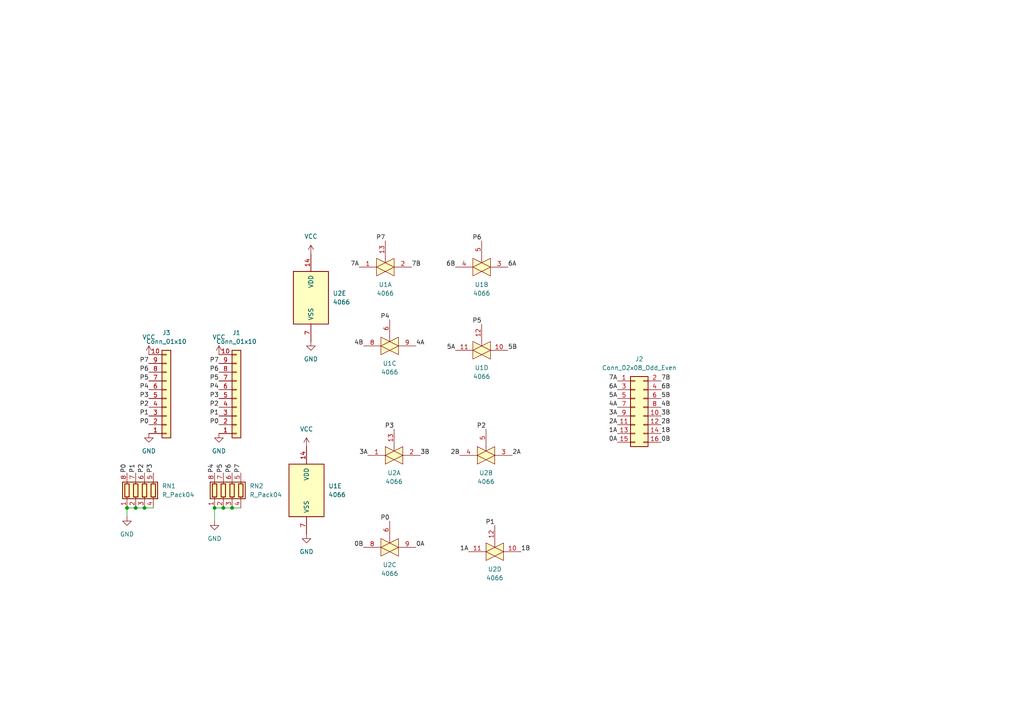
<source format=kicad_sch>
(kicad_sch (version 20211123) (generator eeschema)
  (paper "A4")
  (lib_symbols
    (symbol "4xxx:4066" (pin_names (offset 1.016))
      (property "Reference" "U" (at -7.62 8.89 0))
      (property "Value" "4066" (at -7.62 -8.89 0))
      (symbol "4066_1_0"
        (polyline (pts (xy 0 1.27) (xy 0 2.54)) (stroke (width 0.1524)))
        (polyline (pts (xy -2.54 0) (xy 2.54 2.54) (xy 2.54 -2.54) (xy -2.54 0)) (fill (type background)))
        (polyline (pts (xy -2.54 2.54) (xy 2.54 0) (xy -2.54 -2.54) (xy -2.54 2.54)) (fill (type background)))
        (pin passive line (at -7.62 0 0) (length 5.08) (name "~") (number "1"))
        (pin input line (at 0 7.62 270) (length 5.08) (name "~") (number "13"))
        (pin passive line (at 7.62 0 180) (length 5.08) (name "~") (number "2"))
      )
      (symbol "4066_2_0"
        (polyline (pts (xy 0 1.27) (xy 0 2.54)) (stroke (width 0.1524)))
        (polyline (pts (xy -2.54 0) (xy 2.54 2.54) (xy 2.54 -2.54) (xy -2.54 0)) (fill (type background)))
        (polyline (pts (xy -2.54 2.54) (xy 2.54 0) (xy -2.54 -2.54) (xy -2.54 2.54)) (fill (type background)))
        (pin passive line (at 7.62 0 180) (length 5.08) (name "~") (number "3"))
        (pin passive line (at -7.62 0 0) (length 5.08) (name "~") (number "4"))
        (pin input line (at 0 7.62 270) (length 5.08) (name "~") (number "5"))
      )
      (symbol "4066_3_0"
        (polyline (pts (xy 0 1.27) (xy 0 2.54)) (stroke (width 0.1524)))
        (polyline (pts (xy -2.54 0) (xy 2.54 2.54) (xy 2.54 -2.54) (xy -2.54 0)) (fill (type background)))
        (polyline (pts (xy -2.54 2.54) (xy 2.54 0) (xy -2.54 -2.54) (xy -2.54 2.54)) (fill (type background)))
        (pin input line (at 0 7.62 270) (length 5.08) (name "~") (number "6"))
        (pin passive line (at -7.62 0 0) (length 5.08) (name "~") (number "8"))
        (pin passive line (at 7.62 0 180) (length 5.08) (name "~") (number "9"))
      )
      (symbol "4066_4_0"
        (polyline (pts (xy 0 1.27) (xy 0 2.54)) (stroke (width 0.1524)))
        (polyline (pts (xy -2.54 0) (xy 2.54 2.54) (xy 2.54 -2.54) (xy -2.54 0)) (fill (type background)))
        (polyline (pts (xy -2.54 2.54) (xy 2.54 0) (xy -2.54 -2.54) (xy -2.54 2.54)) (fill (type background)))
        (pin passive line (at 7.62 0 180) (length 5.08) (name "~") (number "10"))
        (pin passive line (at -7.62 0 0) (length 5.08) (name "~") (number "11"))
        (pin input line (at 0 7.62 270) (length 5.08) (name "~") (number "12"))
      )
      (symbol "4066_5_0"
        (pin power_in line (at 0 12.7 270) (length 5.08) (name "VDD") (number "14"))
        (pin power_in line (at 0 -12.7 90) (length 5.08) (name "VSS") (number "7"))
      )
      (symbol "4066_5_1"
        (rectangle (start -5.08 7.62) (end 5.08 -7.62) (stroke (width 0.254)) (fill (type background)))
      )
    )
    (symbol "Connector_Generic:Conn_01x10" (pin_names (offset 1.016) hide)
      (property "Reference" "J" (at 0 12.7 0))
      (property "Value" "Conn_01x10" (at 0 -15.24 0))
      (symbol "Conn_01x10_1_1"
        (rectangle (start -1.27 -12.573) (end 0 -12.827) (stroke (width 0.1524)))
        (rectangle (start -1.27 -10.033) (end 0 -10.287) (stroke (width 0.1524)))
        (rectangle (start -1.27 -7.493) (end 0 -7.747) (stroke (width 0.1524)))
        (rectangle (start -1.27 -4.953) (end 0 -5.207) (stroke (width 0.1524)))
        (rectangle (start -1.27 -2.413) (end 0 -2.667) (stroke (width 0.1524)))
        (rectangle (start -1.27 0.127) (end 0 -0.127) (stroke (width 0.1524)))
        (rectangle (start -1.27 2.667) (end 0 2.413) (stroke (width 0.1524)))
        (rectangle (start -1.27 5.207) (end 0 4.953) (stroke (width 0.1524)))
        (rectangle (start -1.27 7.747) (end 0 7.493) (stroke (width 0.1524)))
        (rectangle (start -1.27 10.287) (end 0 10.033) (stroke (width 0.1524)))
        (rectangle (start -1.27 11.43) (end 1.27 -13.97) (stroke (width 0.254)) (fill (type background)))
        (pin passive line (at -5.08 10.16 0) (length 3.81) (name "Pin_1") (number "1"))
        (pin passive line (at -5.08 -12.7 0) (length 3.81) (name "Pin_10") (number "10"))
        (pin passive line (at -5.08 7.62 0) (length 3.81) (name "Pin_2") (number "2"))
        (pin passive line (at -5.08 5.08 0) (length 3.81) (name "Pin_3") (number "3"))
        (pin passive line (at -5.08 2.54 0) (length 3.81) (name "Pin_4") (number "4"))
        (pin passive line (at -5.08 0 0) (length 3.81) (name "Pin_5") (number "5"))
        (pin passive line (at -5.08 -2.54 0) (length 3.81) (name "Pin_6") (number "6"))
        (pin passive line (at -5.08 -5.08 0) (length 3.81) (name "Pin_7") (number "7"))
        (pin passive line (at -5.08 -7.62 0) (length 3.81) (name "Pin_8") (number "8"))
        (pin passive line (at -5.08 -10.16 0) (length 3.81) (name "Pin_9") (number "9"))
      )
    )
    (symbol "Connector_Generic:Conn_02x08_Odd_Even" (pin_names (offset 1.016) hide)
      (property "Reference" "J" (at 1.27 10.16 0))
      (property "Value" "Conn_02x08_Odd_Even" (at 1.27 -12.7 0))
      (symbol "Conn_02x08_Odd_Even_1_1"
        (rectangle (start -1.27 -10.033) (end 0 -10.287) (stroke (width 0.1524)))
        (rectangle (start -1.27 -7.493) (end 0 -7.747) (stroke (width 0.1524)))
        (rectangle (start -1.27 -4.953) (end 0 -5.207) (stroke (width 0.1524)))
        (rectangle (start -1.27 -2.413) (end 0 -2.667) (stroke (width 0.1524)))
        (rectangle (start -1.27 0.127) (end 0 -0.127) (stroke (width 0.1524)))
        (rectangle (start -1.27 2.667) (end 0 2.413) (stroke (width 0.1524)))
        (rectangle (start -1.27 5.207) (end 0 4.953) (stroke (width 0.1524)))
        (rectangle (start -1.27 7.747) (end 0 7.493) (stroke (width 0.1524)))
        (rectangle (start -1.27 8.89) (end 3.81 -11.43) (stroke (width 0.254)) (fill (type background)))
        (rectangle (start 3.81 -10.033) (end 2.54 -10.287) (stroke (width 0.1524)))
        (rectangle (start 3.81 -7.493) (end 2.54 -7.747) (stroke (width 0.1524)))
        (rectangle (start 3.81 -4.953) (end 2.54 -5.207) (stroke (width 0.1524)))
        (rectangle (start 3.81 -2.413) (end 2.54 -2.667) (stroke (width 0.1524)))
        (rectangle (start 3.81 0.127) (end 2.54 -0.127) (stroke (width 0.1524)))
        (rectangle (start 3.81 2.667) (end 2.54 2.413) (stroke (width 0.1524)))
        (rectangle (start 3.81 5.207) (end 2.54 4.953) (stroke (width 0.1524)))
        (rectangle (start 3.81 7.747) (end 2.54 7.493) (stroke (width 0.1524)))
        (pin passive line (at -5.08 7.62 0) (length 3.81) (name "Pin_1") (number "1"))
        (pin passive line (at 7.62 -2.54 180) (length 3.81) (name "Pin_10") (number "10"))
        (pin passive line (at -5.08 -5.08 0) (length 3.81) (name "Pin_11") (number "11"))
        (pin passive line (at 7.62 -5.08 180) (length 3.81) (name "Pin_12") (number "12"))
        (pin passive line (at -5.08 -7.62 0) (length 3.81) (name "Pin_13") (number "13"))
        (pin passive line (at 7.62 -7.62 180) (length 3.81) (name "Pin_14") (number "14"))
        (pin passive line (at -5.08 -10.16 0) (length 3.81) (name "Pin_15") (number "15"))
        (pin passive line (at 7.62 -10.16 180) (length 3.81) (name "Pin_16") (number "16"))
        (pin passive line (at 7.62 7.62 180) (length 3.81) (name "Pin_2") (number "2"))
        (pin passive line (at -5.08 5.08 0) (length 3.81) (name "Pin_3") (number "3"))
        (pin passive line (at 7.62 5.08 180) (length 3.81) (name "Pin_4") (number "4"))
        (pin passive line (at -5.08 2.54 0) (length 3.81) (name "Pin_5") (number "5"))
        (pin passive line (at 7.62 2.54 180) (length 3.81) (name "Pin_6") (number "6"))
        (pin passive line (at -5.08 0 0) (length 3.81) (name "Pin_7") (number "7"))
        (pin passive line (at 7.62 0 180) (length 3.81) (name "Pin_8") (number "8"))
        (pin passive line (at -5.08 -2.54 0) (length 3.81) (name "Pin_9") (number "9"))
      )
    )
    (symbol "Device:R_Pack04" (pin_names (offset 0) hide)
      (property "Reference" "RN" (at -7.62 0 90))
      (property "Value" "R_Pack04" (at 5.08 0 90))
      (symbol "R_Pack04_0_1"
        (rectangle (start -6.35 -2.413) (end 3.81 2.413) (stroke (width 0.254)) (fill (type background)))
        (rectangle (start -5.715 1.905) (end -4.445 -1.905) (stroke (width 0.254)))
        (rectangle (start -3.175 1.905) (end -1.905 -1.905) (stroke (width 0.254)))
        (rectangle (start -0.635 1.905) (end 0.635 -1.905) (stroke (width 0.254)))
        (polyline (pts (xy -5.08 -2.54) (xy -5.08 -1.905)))
        (polyline (pts (xy -5.08 1.905) (xy -5.08 2.54)))
        (polyline (pts (xy -2.54 -2.54) (xy -2.54 -1.905)))
        (polyline (pts (xy -2.54 1.905) (xy -2.54 2.54)))
        (polyline (pts (xy 0 -2.54) (xy 0 -1.905)))
        (polyline (pts (xy 0 1.905) (xy 0 2.54)))
        (polyline (pts (xy 2.54 -2.54) (xy 2.54 -1.905)))
        (polyline (pts (xy 2.54 1.905) (xy 2.54 2.54)))
        (rectangle (start 1.905 1.905) (end 3.175 -1.905) (stroke (width 0.254)))
      )
      (symbol "R_Pack04_1_1"
        (pin passive line (at -5.08 -5.08 90) (length 2.54) (name "R1.1") (number "1"))
        (pin passive line (at -2.54 -5.08 90) (length 2.54) (name "R2.1") (number "2"))
        (pin passive line (at 0 -5.08 90) (length 2.54) (name "R3.1") (number "3"))
        (pin passive line (at 2.54 -5.08 90) (length 2.54) (name "R4.1") (number "4"))
        (pin passive line (at 2.54 5.08 270) (length 2.54) (name "R4.2") (number "5"))
        (pin passive line (at 0 5.08 270) (length 2.54) (name "R3.2") (number "6"))
        (pin passive line (at -2.54 5.08 270) (length 2.54) (name "R2.2") (number "7"))
        (pin passive line (at -5.08 5.08 270) (length 2.54) (name "R1.2") (number "8"))
      )
    )
    (symbol "power:GND" (power) (pin_names (offset 0))
      (property "Value" "GND" (at 0 -3.81 0))
      (symbol "GND_0_1"
        (polyline (pts (xy 0 0) (xy 0 -1.27) (xy 1.27 -1.27) (xy 0 -2.54) (xy -1.27 -1.27) (xy 0 -1.27)))
      )
      (symbol "GND_1_1"
        (pin power_in line (at 0 0 270) (length 0) hide (name "GND") (number "1"))
      )
    )
    (symbol "power:VCC" (power) (pin_names (offset 0))
      (property "Value" "VCC" (at 0 3.81 0))
      (symbol "VCC_0_1"
        (polyline (pts (xy -0.762 1.27) (xy 0 2.54)))
        (polyline (pts (xy 0 0) (xy 0 2.54)))
        (polyline (pts (xy 0 2.54) (xy 0.762 1.27)))
      )
      (symbol "VCC_1_1"
        (pin power_in line (at 0 0 90) (length 0) hide (name "VCC") (number "1"))
      )
    )
  )
  (junction (at 67.31 147.32))
  (junction (at 36.83 147.32))
  (junction (at 41.91 147.32))
  (junction (at 62.23 147.32))
  (junction (at 39.37 147.32))
  (junction (at 64.77 147.32))
  (wire (pts (xy 41.91 147.32) (xy 44.45 147.32)))
  (wire (pts (xy 36.83 147.32) (xy 36.83 149.86)))
  (wire (pts (xy 62.23 147.32) (xy 62.23 151.13)))
  (wire (pts (xy 39.37 147.32) (xy 41.91 147.32)))
  (wire (pts (xy 62.23 147.32) (xy 64.77 147.32)))
  (wire (pts (xy 36.83 147.32) (xy 39.37 147.32)))
  (wire (pts (xy 64.77 147.32) (xy 67.31 147.32)))
  (wire (pts (xy 67.31 147.32) (xy 69.85 147.32)))
  (label "6B" (at 132.08 77.47 180))
  (label "P0" (at 36.83 137.16 90))
  (label "7A" (at 179.07 110.49 180))
  (label "P7" (at 111.76 69.85 180))
  (label "5A" (at 132.08 101.6 180))
  (label "P2" (at 140.97 124.46 180))
  (label "P0" (at 63.5 123.19 180))
  (label "4B" (at 105.41 100.33 180))
  (label "1B" (at 151.13 160.02 0))
  (label "P7" (at 43.18 105.41 180))
  (label "0B" (at 191.77 128.27 0))
  (label "0A" (at 179.07 128.27 180))
  (label "P4" (at 113.03 92.71 180))
  (label "P7" (at 69.85 137.16 90))
  (label "P1" (at 39.37 137.16 90))
  (label "P6" (at 43.18 107.95 180))
  (label "P7" (at 63.5 105.41 180))
  (label "7A" (at 104.14 77.47 180))
  (label "3A" (at 179.07 120.65 180))
  (label "5B" (at 147.32 101.6 0))
  (label "P4" (at 63.5 113.03 180))
  (label "0A" (at 120.65 158.75 0))
  (label "P3" (at 43.18 115.57 180))
  (label "1A" (at 179.07 125.73 180))
  (label "P2" (at 63.5 118.11 180))
  (label "2A" (at 148.59 132.08 0))
  (label "P4" (at 43.18 113.03 180))
  (label "4A" (at 179.07 118.11 180))
  (label "6B" (at 191.77 113.03 0))
  (label "1A" (at 135.89 160.02 180))
  (label "P5" (at 63.5 110.49 180))
  (label "3B" (at 191.77 120.65 0))
  (label "P2" (at 43.18 118.11 180))
  (label "P1" (at 43.18 120.65 180))
  (label "4A" (at 120.65 100.33 0))
  (label "P4" (at 62.23 137.16 90))
  (label "5A" (at 179.07 115.57 180))
  (label "P5" (at 43.18 110.49 180))
  (label "3A" (at 106.68 132.08 180))
  (label "P1" (at 143.51 152.4 180))
  (label "7B" (at 191.77 110.49 0))
  (label "P6" (at 63.5 107.95 180))
  (label "4B" (at 191.77 118.11 0))
  (label "6A" (at 179.07 113.03 180))
  (label "2A" (at 179.07 123.19 180))
  (label "2B" (at 133.35 132.08 180))
  (label "P6" (at 67.31 137.16 90))
  (label "0B" (at 105.41 158.75 180))
  (label "P0" (at 43.18 123.19 180))
  (label "P5" (at 64.77 137.16 90))
  (label "3B" (at 121.92 132.08 0))
  (label "P3" (at 63.5 115.57 180))
  (label "P2" (at 41.91 137.16 90))
  (label "P1" (at 63.5 120.65 180))
  (label "2B" (at 191.77 123.19 0))
  (label "P3" (at 114.3 124.46 180))
  (label "P6" (at 139.7 69.85 180))
  (label "P0" (at 113.03 151.13 180))
  (label "1B" (at 191.77 125.73 0))
  (label "P5" (at 139.7 93.98 180))
  (label "5B" (at 191.77 115.57 0))
  (label "6A" (at 147.32 77.47 0))
  (label "7B" (at 119.38 77.47 0))
  (label "P3" (at 44.45 137.16 90))
  (symbol (lib_id "4xxx:4066") (at 139.7 101.6 0) (unit 4)
    (property "Reference" "U1" (at 139.7 106.68 0))
    (property "Value" "4066" (at 139.7 109.22 0))
    (property "Footprint" "Package_SO:SOIC-14_3.9x8.7mm_P1.27mm" (effects hide))
    (property "Datasheet" "http://www.ti.com/lit/ds/symlink/cd4066b.pdf" (effects hide))
  )
  (symbol (lib_id "4xxx:4066") (at 113.03 100.33 0) (unit 3)
    (property "Reference" "U1" (at 113.03 105.41 0))
    (property "Value" "4066" (at 113.03 107.95 0))
    (property "Footprint" "Package_SO:SOIC-14_3.9x8.7mm_P1.27mm" (effects hide))
    (property "Datasheet" "http://www.ti.com/lit/ds/symlink/cd4066b.pdf" (effects hide))
  )
  (symbol (lib_id "4xxx:4066") (at 140.97 132.08 0) (unit 2)
    (property "Reference" "U2" (at 140.97 137.16 0))
    (property "Value" "4066" (at 140.97 139.7 0))
    (property "Footprint" "Package_SO:SOIC-14_3.9x8.7mm_P1.27mm" (effects hide))
    (property "Datasheet" "http://www.ti.com/lit/ds/symlink/cd4066b.pdf" (effects hide))
  )
  (symbol (lib_id "4xxx:4066") (at 88.9 142.24 0) (unit 5)
    (property "Reference" "U1" (at 95.25 140.9699 0) (effects (justify left)))
    (property "Value" "4066" (at 95.25 143.5099 0) (effects (justify left)))
    (property "Footprint" "Package_SO:SOIC-14_3.9x8.7mm_P1.27mm" (effects hide))
    (property "Datasheet" "http://www.ti.com/lit/ds/symlink/cd4066b.pdf" (effects hide))
  )
  (symbol (lib_id "Connector_Generic:Conn_02x08_Odd_Even") (at 184.15 118.11 0) (unit 1)
    (property "Reference" "J2" (at 185.42 104.14 0))
    (property "Value" "Conn_02x08_Odd_Even" (at 185.42 106.68 0))
    (property "Footprint" "Connector_PinHeader_2.54mm:PinHeader_2x08_P2.54mm_Horizontal" (effects hide))
  )
  (symbol (lib_id "power:GND") (at 62.23 151.13 0) (unit 1)
    (property "Reference" "#PWR0107" (effects hide))
    (property "Value" "GND" (at 62.23 156.21 0))
  )
  (symbol (lib_id "power:GND") (at 63.5 125.73 0) (unit 1)
    (property "Reference" "#PWR0106" (effects hide))
    (property "Value" "GND" (at 63.5 130.81 0))
  )
  (symbol (lib_id "Device:R_Pack04") (at 67.31 142.24 0) (unit 1)
    (property "Reference" "RN2" (at 72.39 140.9699 0) (effects (justify left)))
    (property "Value" "R_Pack04" (at 72.39 143.5099 0) (effects (justify left)))
    (property "Footprint" "Resistor_SMD:R_Array_Convex_4x0603" (effects hide))
  )
  (symbol (lib_id "power:VCC") (at 43.18 102.87 0) (unit 1)
    (property "Reference" "#PWR0110" (effects hide))
    (property "Value" "VCC" (at 43.18 97.79 0))
  )
  (symbol (lib_id "power:VCC") (at 63.5 102.87 0) (unit 1)
    (property "Reference" "#PWR0103" (effects hide))
    (property "Value" "VCC" (at 63.5 97.79 0))
  )
  (symbol (lib_id "4xxx:4066") (at 113.03 158.75 0) (unit 3)
    (property "Reference" "U2" (at 113.03 163.83 0))
    (property "Value" "4066" (at 113.03 166.37 0))
    (property "Footprint" "Package_SO:SOIC-14_3.9x8.7mm_P1.27mm" (effects hide))
    (property "Datasheet" "http://www.ti.com/lit/ds/symlink/cd4066b.pdf" (effects hide))
  )
  (symbol (lib_id "power:VCC") (at 90.17 73.66 0) (unit 1)
    (property "Reference" "#PWR0105" (effects hide))
    (property "Value" "VCC" (at 90.17 68.58 0))
  )
  (symbol (lib_id "power:VCC") (at 88.9 129.54 0) (unit 1)
    (property "Reference" "#PWR0101" (effects hide))
    (property "Value" "VCC" (at 88.9 124.46 0))
  )
  (symbol (lib_id "Connector_Generic:Conn_01x10") (at 48.26 115.57 0) (mirror x) (unit 1)
    (property "Reference" "J3" (at 48.26 96.52 0))
    (property "Value" "Conn_01x10" (at 48.26 99.06 0))
    (property "Footprint" "pads:1x10 pads" (effects hide))
  )
  (symbol (lib_id "4xxx:4066") (at 143.51 160.02 0) (unit 4)
    (property "Reference" "U2" (at 143.51 165.1 0))
    (property "Value" "4066" (at 143.51 167.64 0))
    (property "Footprint" "Package_SO:SOIC-14_3.9x8.7mm_P1.27mm" (effects hide))
    (property "Datasheet" "http://www.ti.com/lit/ds/symlink/cd4066b.pdf" (effects hide))
  )
  (symbol (lib_id "4xxx:4066") (at 90.17 86.36 0) (unit 5)
    (property "Reference" "U2" (at 96.52 85.0899 0) (effects (justify left)))
    (property "Value" "4066" (at 96.52 87.6299 0) (effects (justify left)))
    (property "Footprint" "Package_SO:SOIC-14_3.9x8.7mm_P1.27mm" (effects hide))
    (property "Datasheet" "http://www.ti.com/lit/ds/symlink/cd4066b.pdf" (effects hide))
  )
  (symbol (lib_id "power:GND") (at 90.17 99.06 0) (unit 1)
    (property "Reference" "#PWR0104" (effects hide))
    (property "Value" "GND" (at 90.17 104.14 0))
  )
  (symbol (lib_id "4xxx:4066") (at 111.76 77.47 0) (unit 1)
    (property "Reference" "U1" (at 111.76 82.55 0))
    (property "Value" "4066" (at 111.76 85.09 0))
    (property "Footprint" "Package_SO:SOIC-14_3.9x8.7mm_P1.27mm" (effects hide))
    (property "Datasheet" "http://www.ti.com/lit/ds/symlink/cd4066b.pdf" (effects hide))
  )
  (symbol (lib_id "Device:R_Pack04") (at 41.91 142.24 0) (unit 1)
    (property "Reference" "RN1" (at 46.99 140.9699 0) (effects (justify left)))
    (property "Value" "R_Pack04" (at 46.99 143.5099 0) (effects (justify left)))
    (property "Footprint" "Resistor_SMD:R_Array_Convex_4x0603" (effects hide))
  )
  (symbol (lib_id "power:GND") (at 36.83 149.86 0) (unit 1)
    (property "Reference" "#PWR0108" (effects hide))
    (property "Value" "GND" (at 36.83 154.94 0))
  )
  (symbol (lib_id "4xxx:4066") (at 139.7 77.47 0) (unit 2)
    (property "Reference" "U1" (at 139.7 82.55 0))
    (property "Value" "4066" (at 139.7 85.09 0))
    (property "Footprint" "Package_SO:SOIC-14_3.9x8.7mm_P1.27mm" (effects hide))
    (property "Datasheet" "http://www.ti.com/lit/ds/symlink/cd4066b.pdf" (effects hide))
  )
  (symbol (lib_id "4xxx:4066") (at 114.3 132.08 0) (unit 1)
    (property "Reference" "U2" (at 114.3 137.16 0))
    (property "Value" "4066" (at 114.3 139.7 0))
    (property "Footprint" "Package_SO:SOIC-14_3.9x8.7mm_P1.27mm" (effects hide))
    (property "Datasheet" "http://www.ti.com/lit/ds/symlink/cd4066b.pdf" (effects hide))
  )
  (symbol (lib_id "power:GND") (at 43.18 125.73 0) (unit 1)
    (property "Reference" "#PWR0109" (effects hide))
    (property "Value" "GND" (at 43.18 130.81 0))
  )
  (symbol (lib_id "Connector_Generic:Conn_01x10") (at 68.58 115.57 0) (mirror x) (unit 1)
    (property "Reference" "J1" (at 68.58 96.52 0))
    (property "Value" "Conn_01x10" (at 68.58 99.06 0))
    (property "Footprint" "Connector_PinSocket_2.54mm:PinSocket_1x10_P2.54mm_Vertical" (effects hide))
  )
  (symbol (lib_id "power:GND") (at 88.9 154.94 0) (unit 1)
    (property "Reference" "#PWR0102" (effects hide))
    (property "Value" "GND" (at 88.9 160.02 0))
  )
)
</source>
